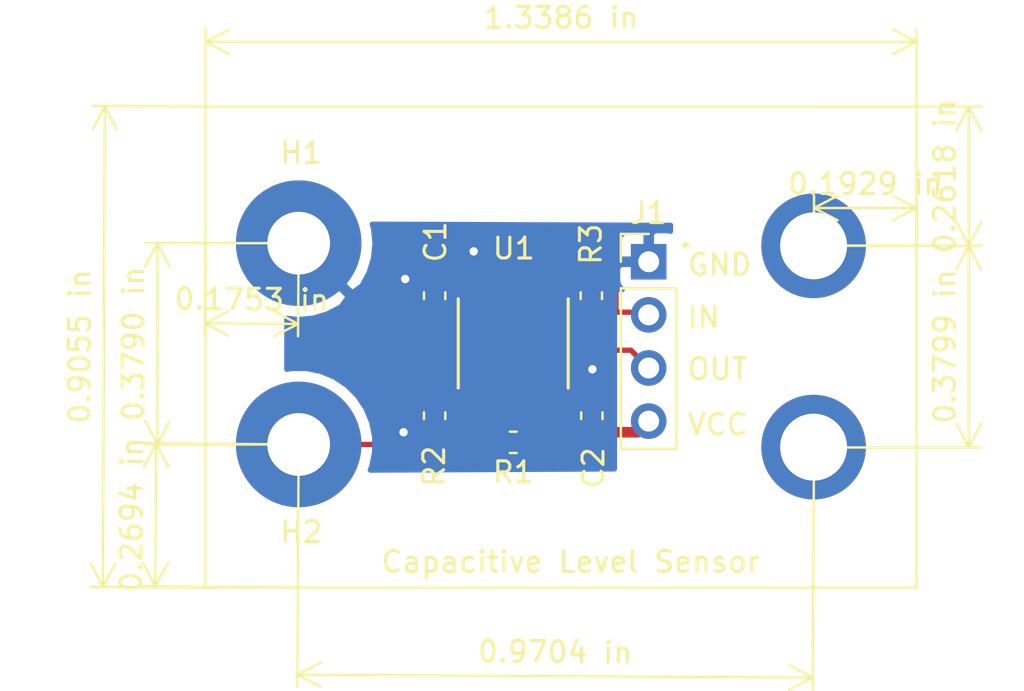
<source format=kicad_pcb>
(kicad_pcb (version 20171130) (host pcbnew "(5.1.2)-2")

  (general
    (thickness 1.6)
    (drawings 19)
    (tracks 59)
    (zones 0)
    (modules 9)
    (nets 7)
  )

  (page A4)
  (layers
    (0 F.Cu signal)
    (31 B.Cu signal)
    (32 B.Adhes user)
    (33 F.Adhes user)
    (34 B.Paste user)
    (35 F.Paste user)
    (36 B.SilkS user)
    (37 F.SilkS user)
    (38 B.Mask user)
    (39 F.Mask user)
    (40 Dwgs.User user)
    (41 Cmts.User user)
    (42 Eco1.User user)
    (43 Eco2.User user)
    (44 Edge.Cuts user)
    (45 Margin user)
    (46 B.CrtYd user)
    (47 F.CrtYd user)
    (48 B.Fab user)
    (49 F.Fab user hide)
  )

  (setup
    (last_trace_width 0.25)
    (user_trace_width 0.254)
    (user_trace_width 0.508)
    (user_trace_width 0.762)
    (trace_clearance 0.2)
    (zone_clearance 0.508)
    (zone_45_only no)
    (trace_min 0.2)
    (via_size 0.8)
    (via_drill 0.4)
    (via_min_size 0.4)
    (via_min_drill 0.3)
    (user_via 5 3.2)
    (uvia_size 0.3)
    (uvia_drill 0.1)
    (uvias_allowed no)
    (uvia_min_size 0.2)
    (uvia_min_drill 0.1)
    (edge_width 0.05)
    (segment_width 0.2)
    (pcb_text_width 0.3)
    (pcb_text_size 1.5 1.5)
    (mod_edge_width 0.12)
    (mod_text_size 1 1)
    (mod_text_width 0.15)
    (pad_size 1.7 1.7)
    (pad_drill 1)
    (pad_to_mask_clearance 0.051)
    (solder_mask_min_width 0.25)
    (aux_axis_origin 0 0)
    (visible_elements 7FFFEFFF)
    (pcbplotparams
      (layerselection 0x000f0_ffffffff)
      (usegerberextensions false)
      (usegerberattributes false)
      (usegerberadvancedattributes false)
      (creategerberjobfile false)
      (excludeedgelayer true)
      (linewidth 0.100000)
      (plotframeref false)
      (viasonmask false)
      (mode 1)
      (useauxorigin false)
      (hpglpennumber 1)
      (hpglpenspeed 20)
      (hpglpendiameter 15.000000)
      (psnegative false)
      (psa4output false)
      (plotreference true)
      (plotvalue false)
      (plotinvisibletext false)
      (padsonsilk false)
      (subtractmaskfromsilk false)
      (outputformat 1)
      (mirror false)
      (drillshape 0)
      (scaleselection 1)
      (outputdirectory "comp_fab/"))
  )

  (net 0 "")
  (net 1 /OUT)
  (net 2 /chargePin)
  (net 3 GND)
  (net 4 Vref)
  (net 5 VCC)
  (net 6 "Net-(H2-Pad1)")

  (net_class Default "This is the default net class."
    (clearance 0.2)
    (trace_width 0.25)
    (via_dia 0.8)
    (via_drill 0.4)
    (uvia_dia 0.3)
    (uvia_drill 0.1)
    (add_net /OUT)
    (add_net /chargePin)
    (add_net GND)
    (add_net "Net-(H2-Pad1)")
    (add_net VCC)
    (add_net Vref)
  )

  (module "TS372 Comparator:TS372IDT" (layer F.Cu) (tedit 0) (tstamp 606FB1E1)
    (at 132.715 62.3252 270)
    (path /606E2647)
    (fp_text reference U1 (at -4.5402 -0.0254 180) (layer F.SilkS)
      (effects (font (size 1 1) (thickness 0.15)))
    )
    (fp_text value " " (at 0.127 -0.254 90) (layer F.SilkS)
      (effects (font (size 1 1) (thickness 0.15)))
    )
    (fp_arc (start 0 -2.5019) (end 0.3048 -2.5019) (angle 180) (layer F.Fab) (width 0.1524))
    (fp_line (start -2.2606 2.4257) (end -3.7084 2.4257) (layer F.CrtYd) (width 0.1524))
    (fp_line (start -2.2606 2.7559) (end -2.2606 2.4257) (layer F.CrtYd) (width 0.1524))
    (fp_line (start 2.2606 2.7559) (end -2.2606 2.7559) (layer F.CrtYd) (width 0.1524))
    (fp_line (start 2.2606 2.4257) (end 2.2606 2.7559) (layer F.CrtYd) (width 0.1524))
    (fp_line (start 3.7084 2.4257) (end 2.2606 2.4257) (layer F.CrtYd) (width 0.1524))
    (fp_line (start 3.7084 -2.4257) (end 3.7084 2.4257) (layer F.CrtYd) (width 0.1524))
    (fp_line (start 2.2606 -2.4257) (end 3.7084 -2.4257) (layer F.CrtYd) (width 0.1524))
    (fp_line (start 2.2606 -2.7559) (end 2.2606 -2.4257) (layer F.CrtYd) (width 0.1524))
    (fp_line (start -2.2606 -2.7559) (end 2.2606 -2.7559) (layer F.CrtYd) (width 0.1524))
    (fp_line (start -2.2606 -2.4257) (end -2.2606 -2.7559) (layer F.CrtYd) (width 0.1524))
    (fp_line (start -3.7084 -2.4257) (end -2.2606 -2.4257) (layer F.CrtYd) (width 0.1524))
    (fp_line (start -3.7084 2.4257) (end -3.7084 -2.4257) (layer F.CrtYd) (width 0.1524))
    (fp_line (start -2.0066 -2.5019) (end -2.0066 2.5019) (layer F.Fab) (width 0.1524))
    (fp_line (start 2.0066 -2.5019) (end -2.0066 -2.5019) (layer F.Fab) (width 0.1524))
    (fp_line (start 2.0066 2.5019) (end 2.0066 -2.5019) (layer F.Fab) (width 0.1524))
    (fp_line (start -2.0066 2.5019) (end 2.0066 2.5019) (layer F.Fab) (width 0.1524))
    (fp_line (start 2.1336 -2.6289) (end -2.1336 -2.6289) (layer F.SilkS) (width 0.1524))
    (fp_line (start -2.1336 2.6289) (end 2.1336 2.6289) (layer F.SilkS) (width 0.1524))
    (fp_line (start 3.0988 -2.1463) (end 2.0066 -2.1463) (layer F.Fab) (width 0.1524))
    (fp_line (start 3.0988 -1.6637) (end 3.0988 -2.1463) (layer F.Fab) (width 0.1524))
    (fp_line (start 2.0066 -1.6637) (end 3.0988 -1.6637) (layer F.Fab) (width 0.1524))
    (fp_line (start 2.0066 -2.1463) (end 2.0066 -1.6637) (layer F.Fab) (width 0.1524))
    (fp_line (start 3.0988 -0.8763) (end 2.0066 -0.8763) (layer F.Fab) (width 0.1524))
    (fp_line (start 3.0988 -0.3937) (end 3.0988 -0.8763) (layer F.Fab) (width 0.1524))
    (fp_line (start 2.0066 -0.3937) (end 3.0988 -0.3937) (layer F.Fab) (width 0.1524))
    (fp_line (start 2.0066 -0.8763) (end 2.0066 -0.3937) (layer F.Fab) (width 0.1524))
    (fp_line (start 3.0988 0.3937) (end 2.0066 0.3937) (layer F.Fab) (width 0.1524))
    (fp_line (start 3.0988 0.8763) (end 3.0988 0.3937) (layer F.Fab) (width 0.1524))
    (fp_line (start 2.0066 0.8763) (end 3.0988 0.8763) (layer F.Fab) (width 0.1524))
    (fp_line (start 2.0066 0.3937) (end 2.0066 0.8763) (layer F.Fab) (width 0.1524))
    (fp_line (start 3.0988 1.6637) (end 2.0066 1.6637) (layer F.Fab) (width 0.1524))
    (fp_line (start 3.0988 2.1463) (end 3.0988 1.6637) (layer F.Fab) (width 0.1524))
    (fp_line (start 2.0066 2.1463) (end 3.0988 2.1463) (layer F.Fab) (width 0.1524))
    (fp_line (start 2.0066 1.6637) (end 2.0066 2.1463) (layer F.Fab) (width 0.1524))
    (fp_line (start -3.0988 2.1463) (end -2.0066 2.1463) (layer F.Fab) (width 0.1524))
    (fp_line (start -3.0988 1.6637) (end -3.0988 2.1463) (layer F.Fab) (width 0.1524))
    (fp_line (start -2.0066 1.6637) (end -3.0988 1.6637) (layer F.Fab) (width 0.1524))
    (fp_line (start -2.0066 2.1463) (end -2.0066 1.6637) (layer F.Fab) (width 0.1524))
    (fp_line (start -3.0988 0.8763) (end -2.0066 0.8763) (layer F.Fab) (width 0.1524))
    (fp_line (start -3.0988 0.3937) (end -3.0988 0.8763) (layer F.Fab) (width 0.1524))
    (fp_line (start -2.0066 0.3937) (end -3.0988 0.3937) (layer F.Fab) (width 0.1524))
    (fp_line (start -2.0066 0.8763) (end -2.0066 0.3937) (layer F.Fab) (width 0.1524))
    (fp_line (start -3.0988 -0.3937) (end -2.0066 -0.3937) (layer F.Fab) (width 0.1524))
    (fp_line (start -3.0988 -0.8763) (end -3.0988 -0.3937) (layer F.Fab) (width 0.1524))
    (fp_line (start -2.0066 -0.8763) (end -3.0988 -0.8763) (layer F.Fab) (width 0.1524))
    (fp_line (start -2.0066 -0.3937) (end -2.0066 -0.8763) (layer F.Fab) (width 0.1524))
    (fp_line (start -3.0988 -1.6637) (end -2.0066 -1.6637) (layer F.Fab) (width 0.1524))
    (fp_line (start -3.0988 -2.1463) (end -3.0988 -1.6637) (layer F.Fab) (width 0.1524))
    (fp_line (start -2.0066 -2.1463) (end -3.0988 -2.1463) (layer F.Fab) (width 0.1524))
    (fp_line (start -2.0066 -1.6637) (end -2.0066 -2.1463) (layer F.Fab) (width 0.1524))
    (fp_text user " " (at -4.7706 -4.5591 90) (layer F.SilkS)
      (effects (font (size 1 1) (thickness 0.15)))
    )
    (fp_text user " " (at -2.4638 4.9149 90) (layer Dwgs.User)
      (effects (font (size 1 1) (thickness 0.15)))
    )
    (fp_text user " " (at 0 -4.9149 90) (layer Dwgs.User) hide
      (effects (font (size 1 1) (thickness 0.15)))
    )
    (fp_text user " " (at 5.5118 -1.905 90) (layer Dwgs.User)
      (effects (font (size 1 1) (thickness 0.15)))
    )
    (fp_text user " " (at -5.5118 -1.27 90) (layer Dwgs.User)
      (effects (font (size 1 1) (thickness 0.15)))
    )
    (fp_text user " " (at -3.360448 -3.5814 90) (layer F.SilkS)
      (effects (font (size 1 1) (thickness 0.15)))
    )
    (fp_text user "Copyright 2016 Accelerated Designs. All rights reserved." (at 0 0 90) (layer Cmts.User)
      (effects (font (size 0.127 0.127) (thickness 0.002)))
    )
    (pad 8 smd rect (at 2.4638 -1.905 270) (size 1.9812 0.5334) (layers F.Cu F.Paste F.Mask)
      (net 5 VCC))
    (pad 7 smd rect (at 2.4638 -0.635 270) (size 1.9812 0.5334) (layers F.Cu F.Paste F.Mask)
      (net 1 /OUT))
    (pad 6 smd rect (at 2.4638 0.635 270) (size 1.9812 0.5334) (layers F.Cu F.Paste F.Mask)
      (net 6 "Net-(H2-Pad1)"))
    (pad 5 smd rect (at 2.4638 1.905 270) (size 1.9812 0.5334) (layers F.Cu F.Paste F.Mask)
      (net 4 Vref))
    (pad 4 smd rect (at -2.4638 1.905 270) (size 1.9812 0.5334) (layers F.Cu F.Paste F.Mask)
      (net 3 GND))
    (pad 3 smd rect (at -2.4638 0.635 270) (size 1.9812 0.5334) (layers F.Cu F.Paste F.Mask)
      (net 2 /chargePin))
    (pad 2 smd rect (at -2.4638 -0.635 270) (size 1.9812 0.5334) (layers F.Cu F.Paste F.Mask)
      (net 4 Vref))
    (pad 1 smd rect (at -2.4638 -1.905 270) (size 1.9812 0.5334) (layers F.Cu F.Paste F.Mask)
      (net 6 "Net-(H2-Pad1)"))
  )

  (module Resistor_SMD:R_0603_1608Metric (layer F.Cu) (tedit 5B301BBD) (tstamp 606FB199)
    (at 136.4488 60.0456 90)
    (descr "Resistor SMD 0603 (1608 Metric), square (rectangular) end terminal, IPC_7351 nominal, (Body size source: http://www.tortai-tech.com/upload/download/2011102023233369053.pdf), generated with kicad-footprint-generator")
    (tags resistor)
    (path /608BCCB5)
    (attr smd)
    (fp_text reference R3 (at 2.4638 -0.0254 90) (layer F.SilkS)
      (effects (font (size 1 1) (thickness 0.15)))
    )
    (fp_text value 100K (at 0 1.43 90) (layer F.Fab)
      (effects (font (size 1 1) (thickness 0.15)))
    )
    (fp_text user %R (at 0 0 90) (layer F.Fab)
      (effects (font (size 0.4 0.4) (thickness 0.06)))
    )
    (fp_line (start 1.48 0.73) (end -1.48 0.73) (layer F.CrtYd) (width 0.05))
    (fp_line (start 1.48 -0.73) (end 1.48 0.73) (layer F.CrtYd) (width 0.05))
    (fp_line (start -1.48 -0.73) (end 1.48 -0.73) (layer F.CrtYd) (width 0.05))
    (fp_line (start -1.48 0.73) (end -1.48 -0.73) (layer F.CrtYd) (width 0.05))
    (fp_line (start -0.162779 0.51) (end 0.162779 0.51) (layer F.SilkS) (width 0.12))
    (fp_line (start -0.162779 -0.51) (end 0.162779 -0.51) (layer F.SilkS) (width 0.12))
    (fp_line (start 0.8 0.4) (end -0.8 0.4) (layer F.Fab) (width 0.1))
    (fp_line (start 0.8 -0.4) (end 0.8 0.4) (layer F.Fab) (width 0.1))
    (fp_line (start -0.8 -0.4) (end 0.8 -0.4) (layer F.Fab) (width 0.1))
    (fp_line (start -0.8 0.4) (end -0.8 -0.4) (layer F.Fab) (width 0.1))
    (pad 2 smd roundrect (at 0.7875 0 90) (size 0.875 0.95) (layers F.Cu F.Paste F.Mask) (roundrect_rratio 0.25)
      (net 6 "Net-(H2-Pad1)"))
    (pad 1 smd roundrect (at -0.7875 0 90) (size 0.875 0.95) (layers F.Cu F.Paste F.Mask) (roundrect_rratio 0.25)
      (net 2 /chargePin))
    (model ${KISYS3DMOD}/Resistor_SMD.3dshapes/R_0603_1608Metric.wrl
      (at (xyz 0 0 0))
      (scale (xyz 1 1 1))
      (rotate (xyz 0 0 0))
    )
  )

  (module Resistor_SMD:R_0603_1608Metric (layer F.Cu) (tedit 5B301BBD) (tstamp 606FB188)
    (at 128.9558 65.786 270)
    (descr "Resistor SMD 0603 (1608 Metric), square (rectangular) end terminal, IPC_7351 nominal, (Body size source: http://www.tortai-tech.com/upload/download/2011102023233369053.pdf), generated with kicad-footprint-generator")
    (tags resistor)
    (path /608D711D)
    (attr smd)
    (fp_text reference R2 (at 2.413 0.0254 90) (layer F.SilkS)
      (effects (font (size 1 1) (thickness 0.15)))
    )
    (fp_text value 63K (at 0 1.43 90) (layer F.Fab)
      (effects (font (size 1 1) (thickness 0.15)))
    )
    (fp_text user %R (at 0 0 90) (layer F.Fab)
      (effects (font (size 0.4 0.4) (thickness 0.06)))
    )
    (fp_line (start 1.48 0.73) (end -1.48 0.73) (layer F.CrtYd) (width 0.05))
    (fp_line (start 1.48 -0.73) (end 1.48 0.73) (layer F.CrtYd) (width 0.05))
    (fp_line (start -1.48 -0.73) (end 1.48 -0.73) (layer F.CrtYd) (width 0.05))
    (fp_line (start -1.48 0.73) (end -1.48 -0.73) (layer F.CrtYd) (width 0.05))
    (fp_line (start -0.162779 0.51) (end 0.162779 0.51) (layer F.SilkS) (width 0.12))
    (fp_line (start -0.162779 -0.51) (end 0.162779 -0.51) (layer F.SilkS) (width 0.12))
    (fp_line (start 0.8 0.4) (end -0.8 0.4) (layer F.Fab) (width 0.1))
    (fp_line (start 0.8 -0.4) (end 0.8 0.4) (layer F.Fab) (width 0.1))
    (fp_line (start -0.8 -0.4) (end 0.8 -0.4) (layer F.Fab) (width 0.1))
    (fp_line (start -0.8 0.4) (end -0.8 -0.4) (layer F.Fab) (width 0.1))
    (pad 2 smd roundrect (at 0.7875 0 270) (size 0.875 0.95) (layers F.Cu F.Paste F.Mask) (roundrect_rratio 0.25)
      (net 3 GND))
    (pad 1 smd roundrect (at -0.7875 0 270) (size 0.875 0.95) (layers F.Cu F.Paste F.Mask) (roundrect_rratio 0.25)
      (net 4 Vref))
    (model ${KISYS3DMOD}/Resistor_SMD.3dshapes/R_0603_1608Metric.wrl
      (at (xyz 0 0 0))
      (scale (xyz 1 1 1))
      (rotate (xyz 0 0 0))
    )
  )

  (module Resistor_SMD:R_0603_1608Metric (layer F.Cu) (tedit 5B301BBD) (tstamp 606FB177)
    (at 132.715 67.056 180)
    (descr "Resistor SMD 0603 (1608 Metric), square (rectangular) end terminal, IPC_7351 nominal, (Body size source: http://www.tortai-tech.com/upload/download/2011102023233369053.pdf), generated with kicad-footprint-generator")
    (tags resistor)
    (path /608D531C)
    (attr smd)
    (fp_text reference R1 (at 0 -1.43) (layer F.SilkS)
      (effects (font (size 1 1) (thickness 0.15)))
    )
    (fp_text value 36K (at 0 1.43) (layer F.Fab)
      (effects (font (size 1 1) (thickness 0.15)))
    )
    (fp_text user %R (at 0 0) (layer F.Fab)
      (effects (font (size 0.4 0.4) (thickness 0.06)))
    )
    (fp_line (start 1.48 0.73) (end -1.48 0.73) (layer F.CrtYd) (width 0.05))
    (fp_line (start 1.48 -0.73) (end 1.48 0.73) (layer F.CrtYd) (width 0.05))
    (fp_line (start -1.48 -0.73) (end 1.48 -0.73) (layer F.CrtYd) (width 0.05))
    (fp_line (start -1.48 0.73) (end -1.48 -0.73) (layer F.CrtYd) (width 0.05))
    (fp_line (start -0.162779 0.51) (end 0.162779 0.51) (layer F.SilkS) (width 0.12))
    (fp_line (start -0.162779 -0.51) (end 0.162779 -0.51) (layer F.SilkS) (width 0.12))
    (fp_line (start 0.8 0.4) (end -0.8 0.4) (layer F.Fab) (width 0.1))
    (fp_line (start 0.8 -0.4) (end 0.8 0.4) (layer F.Fab) (width 0.1))
    (fp_line (start -0.8 -0.4) (end 0.8 -0.4) (layer F.Fab) (width 0.1))
    (fp_line (start -0.8 0.4) (end -0.8 -0.4) (layer F.Fab) (width 0.1))
    (pad 2 smd roundrect (at 0.7875 0 180) (size 0.875 0.95) (layers F.Cu F.Paste F.Mask) (roundrect_rratio 0.25)
      (net 4 Vref))
    (pad 1 smd roundrect (at -0.7875 0 180) (size 0.875 0.95) (layers F.Cu F.Paste F.Mask) (roundrect_rratio 0.25)
      (net 5 VCC))
    (model ${KISYS3DMOD}/Resistor_SMD.3dshapes/R_0603_1608Metric.wrl
      (at (xyz 0 0 0))
      (scale (xyz 1 1 1))
      (rotate (xyz 0 0 0))
    )
  )

  (module Connector_PinHeader_2.54mm:PinHeader_1x04_P2.54mm_Vertical (layer F.Cu) (tedit 59FED5CC) (tstamp 606FB166)
    (at 139.192 58.42)
    (descr "Through hole straight pin header, 1x04, 2.54mm pitch, single row")
    (tags "Through hole pin header THT 1x04 2.54mm single row")
    (path /608BF04A)
    (fp_text reference J1 (at 0 -2.33) (layer F.SilkS)
      (effects (font (size 1 1) (thickness 0.15)))
    )
    (fp_text value " " (at 0 9.95) (layer F.Fab)
      (effects (font (size 1 1) (thickness 0.15)))
    )
    (fp_text user %R (at 0 3.81 90) (layer F.Fab)
      (effects (font (size 1 1) (thickness 0.15)))
    )
    (fp_line (start 1.8 -1.8) (end -1.8 -1.8) (layer F.CrtYd) (width 0.05))
    (fp_line (start 1.8 9.4) (end 1.8 -1.8) (layer F.CrtYd) (width 0.05))
    (fp_line (start -1.8 9.4) (end 1.8 9.4) (layer F.CrtYd) (width 0.05))
    (fp_line (start -1.8 -1.8) (end -1.8 9.4) (layer F.CrtYd) (width 0.05))
    (fp_line (start -1.33 -1.33) (end 0 -1.33) (layer F.SilkS) (width 0.12))
    (fp_line (start -1.33 0) (end -1.33 -1.33) (layer F.SilkS) (width 0.12))
    (fp_line (start -1.33 1.27) (end 1.33 1.27) (layer F.SilkS) (width 0.12))
    (fp_line (start 1.33 1.27) (end 1.33 8.95) (layer F.SilkS) (width 0.12))
    (fp_line (start -1.33 1.27) (end -1.33 8.95) (layer F.SilkS) (width 0.12))
    (fp_line (start -1.33 8.95) (end 1.33 8.95) (layer F.SilkS) (width 0.12))
    (fp_line (start -1.27 -0.635) (end -0.635 -1.27) (layer F.Fab) (width 0.1))
    (fp_line (start -1.27 8.89) (end -1.27 -0.635) (layer F.Fab) (width 0.1))
    (fp_line (start 1.27 8.89) (end -1.27 8.89) (layer F.Fab) (width 0.1))
    (fp_line (start 1.27 -1.27) (end 1.27 8.89) (layer F.Fab) (width 0.1))
    (fp_line (start -0.635 -1.27) (end 1.27 -1.27) (layer F.Fab) (width 0.1))
    (pad 4 thru_hole oval (at 0 7.62) (size 1.7 1.7) (drill 1) (layers *.Cu *.Mask)
      (net 5 VCC))
    (pad 3 thru_hole oval (at 0 5.08) (size 1.7 1.7) (drill 1) (layers *.Cu *.Mask)
      (net 1 /OUT))
    (pad 2 thru_hole oval (at 0 2.54) (size 1.7 1.7) (drill 1) (layers *.Cu *.Mask)
      (net 2 /chargePin))
    (pad 1 thru_hole rect (at 0 0) (size 1.7 1.7) (drill 1) (layers *.Cu *.Mask)
      (net 3 GND))
    (model ${KISYS3DMOD}/Connector_PinHeader_2.54mm.3dshapes/PinHeader_1x04_P2.54mm_Vertical.wrl
      (at (xyz 0 0 0))
      (scale (xyz 1 1 1))
      (rotate (xyz 0 0 0))
    )
  )

  (module MountingHole:MountingHole_3mm_Pad (layer F.Cu) (tedit 56D1B4CB) (tstamp 606FB14E)
    (at 122.4534 67.1576)
    (descr "Mounting Hole 3mm")
    (tags "mounting hole 3mm")
    (path /609539EC)
    (attr virtual)
    (fp_text reference H2 (at 0.127 4.191) (layer F.SilkS)
      (effects (font (size 1 1) (thickness 0.15)))
    )
    (fp_text value " " (at 0 4) (layer F.Fab)
      (effects (font (size 1 1) (thickness 0.15)))
    )
    (fp_circle (center 0 0) (end 3.25 0) (layer F.CrtYd) (width 0.05))
    (fp_circle (center 0 0) (end 3 0) (layer Cmts.User) (width 0.15))
    (fp_text user %R (at 0.3 0) (layer F.Fab)
      (effects (font (size 1 1) (thickness 0.15)))
    )
    (pad 1 thru_hole circle (at 0 0) (size 6 6) (drill 3) (layers *.Cu *.Mask)
      (net 6 "Net-(H2-Pad1)"))
  )

  (module MountingHole:MountingHole_3mm_Pad (layer F.Cu) (tedit 56D1B4CB) (tstamp 606FB146)
    (at 122.4534 57.531)
    (descr "Mounting Hole 3mm")
    (tags "mounting hole 3mm")
    (path /6091A1BA)
    (attr virtual)
    (fp_text reference H1 (at 0.127 -4.318) (layer F.SilkS)
      (effects (font (size 1 1) (thickness 0.15)))
    )
    (fp_text value " " (at 0 4) (layer F.Fab)
      (effects (font (size 1 1) (thickness 0.15)))
    )
    (fp_circle (center 0 0) (end 3.25 0) (layer F.CrtYd) (width 0.05))
    (fp_circle (center 0 0) (end 3 0) (layer Cmts.User) (width 0.15))
    (fp_text user %R (at 0.3 0) (layer F.Fab)
      (effects (font (size 1 1) (thickness 0.15)))
    )
    (pad 1 thru_hole circle (at 0 0) (size 6 6) (drill 3) (layers *.Cu *.Mask)
      (net 3 GND))
  )

  (module Capacitor_SMD:C_0603_1608Metric (layer F.Cu) (tedit 5B301BBE) (tstamp 606FB13E)
    (at 136.4742 65.786 90)
    (descr "Capacitor SMD 0603 (1608 Metric), square (rectangular) end terminal, IPC_7351 nominal, (Body size source: http://www.tortai-tech.com/upload/download/2011102023233369053.pdf), generated with kicad-footprint-generator")
    (tags capacitor)
    (path /608AF164)
    (attr smd)
    (fp_text reference C2 (at -2.4892 0.0762 90) (layer F.SilkS)
      (effects (font (size 1 1) (thickness 0.15)))
    )
    (fp_text value C (at 0 1.43 90) (layer F.Fab)
      (effects (font (size 1 1) (thickness 0.15)))
    )
    (fp_text user %R (at 0 0 90) (layer F.Fab)
      (effects (font (size 0.4 0.4) (thickness 0.06)))
    )
    (fp_line (start 1.48 0.73) (end -1.48 0.73) (layer F.CrtYd) (width 0.05))
    (fp_line (start 1.48 -0.73) (end 1.48 0.73) (layer F.CrtYd) (width 0.05))
    (fp_line (start -1.48 -0.73) (end 1.48 -0.73) (layer F.CrtYd) (width 0.05))
    (fp_line (start -1.48 0.73) (end -1.48 -0.73) (layer F.CrtYd) (width 0.05))
    (fp_line (start -0.162779 0.51) (end 0.162779 0.51) (layer F.SilkS) (width 0.12))
    (fp_line (start -0.162779 -0.51) (end 0.162779 -0.51) (layer F.SilkS) (width 0.12))
    (fp_line (start 0.8 0.4) (end -0.8 0.4) (layer F.Fab) (width 0.1))
    (fp_line (start 0.8 -0.4) (end 0.8 0.4) (layer F.Fab) (width 0.1))
    (fp_line (start -0.8 -0.4) (end 0.8 -0.4) (layer F.Fab) (width 0.1))
    (fp_line (start -0.8 0.4) (end -0.8 -0.4) (layer F.Fab) (width 0.1))
    (pad 2 smd roundrect (at 0.7875 0 90) (size 0.875 0.95) (layers F.Cu F.Paste F.Mask) (roundrect_rratio 0.25)
      (net 3 GND))
    (pad 1 smd roundrect (at -0.7875 0 90) (size 0.875 0.95) (layers F.Cu F.Paste F.Mask) (roundrect_rratio 0.25)
      (net 5 VCC))
    (model ${KISYS3DMOD}/Capacitor_SMD.3dshapes/C_0603_1608Metric.wrl
      (at (xyz 0 0 0))
      (scale (xyz 1 1 1))
      (rotate (xyz 0 0 0))
    )
  )

  (module Capacitor_SMD:C_0603_1608Metric (layer F.Cu) (tedit 5B301BBE) (tstamp 606FB12D)
    (at 128.9558 60.0456 90)
    (descr "Capacitor SMD 0603 (1608 Metric), square (rectangular) end terminal, IPC_7351 nominal, (Body size source: http://www.tortai-tech.com/upload/download/2011102023233369053.pdf), generated with kicad-footprint-generator")
    (tags capacitor)
    (path /608FA81B)
    (attr smd)
    (fp_text reference C1 (at 2.5781 0.0381 90) (layer F.SilkS)
      (effects (font (size 1 1) (thickness 0.15)))
    )
    (fp_text value C (at 0 1.43 90) (layer F.Fab)
      (effects (font (size 1 1) (thickness 0.15)))
    )
    (fp_text user %R (at 0 0 90) (layer F.Fab)
      (effects (font (size 0.4 0.4) (thickness 0.06)))
    )
    (fp_line (start 1.48 0.73) (end -1.48 0.73) (layer F.CrtYd) (width 0.05))
    (fp_line (start 1.48 -0.73) (end 1.48 0.73) (layer F.CrtYd) (width 0.05))
    (fp_line (start -1.48 -0.73) (end 1.48 -0.73) (layer F.CrtYd) (width 0.05))
    (fp_line (start -1.48 0.73) (end -1.48 -0.73) (layer F.CrtYd) (width 0.05))
    (fp_line (start -0.162779 0.51) (end 0.162779 0.51) (layer F.SilkS) (width 0.12))
    (fp_line (start -0.162779 -0.51) (end 0.162779 -0.51) (layer F.SilkS) (width 0.12))
    (fp_line (start 0.8 0.4) (end -0.8 0.4) (layer F.Fab) (width 0.1))
    (fp_line (start 0.8 -0.4) (end 0.8 0.4) (layer F.Fab) (width 0.1))
    (fp_line (start -0.8 -0.4) (end 0.8 -0.4) (layer F.Fab) (width 0.1))
    (fp_line (start -0.8 0.4) (end -0.8 -0.4) (layer F.Fab) (width 0.1))
    (pad 2 smd roundrect (at 0.7875 0 90) (size 0.875 0.95) (layers F.Cu F.Paste F.Mask) (roundrect_rratio 0.25)
      (net 3 GND))
    (pad 1 smd roundrect (at -0.7875 0 90) (size 0.875 0.95) (layers F.Cu F.Paste F.Mask) (roundrect_rratio 0.25)
      (net 4 Vref))
    (model ${KISYS3DMOD}/Capacitor_SMD.3dshapes/C_0603_1608Metric.wrl
      (at (xyz 0 0 0))
      (scale (xyz 1 1 1))
      (rotate (xyz 0 0 0))
    )
  )

  (dimension 24.647011 (width 0.12) (layer F.SilkS)
    (gr_text "24.647 mm" (at 134.705763 79.5065 359.6689674) (layer F.SilkS)
      (effects (font (size 1 1) (thickness 0.15)))
    )
    (feature1 (pts (xy 147.1 67.3) (xy 147.033013 78.894132)))
    (feature2 (pts (xy 122.4534 67.1576) (xy 122.386413 78.751732)))
    (crossbar (pts (xy 122.389801 78.165321) (xy 147.036401 78.307721)))
    (arrow1a (pts (xy 147.036401 78.307721) (xy 145.906528 78.887623)))
    (arrow1b (pts (xy 147.036401 78.307721) (xy 145.913304 77.714802)))
    (arrow2a (pts (xy 122.389801 78.165321) (xy 123.512898 78.75824)))
    (arrow2b (pts (xy 122.389801 78.165321) (xy 123.519674 77.585419)))
  )
  (dimension 9.65 (width 0.12) (layer F.SilkS)
    (gr_text "9.650 mm" (at 155.77 62.475 270) (layer F.SilkS)
      (effects (font (size 1 1) (thickness 0.15)))
    )
    (feature1 (pts (xy 147.1 67.3) (xy 155.086421 67.3)))
    (feature2 (pts (xy 147.1 57.65) (xy 155.086421 57.65)))
    (crossbar (pts (xy 154.5 57.65) (xy 154.5 67.3)))
    (arrow1a (pts (xy 154.5 67.3) (xy 153.913579 66.173496)))
    (arrow1b (pts (xy 154.5 67.3) (xy 155.086421 66.173496)))
    (arrow2a (pts (xy 154.5 57.65) (xy 153.913579 58.776504)))
    (arrow2b (pts (xy 154.5 57.65) (xy 155.086421 58.776504)))
  )
  (dimension 6.65 (width 0.12) (layer F.SilkS)
    (gr_text "6.650 mm" (at 155.77 54.325 90) (layer F.SilkS)
      (effects (font (size 1 1) (thickness 0.15)))
    )
    (feature1 (pts (xy 147.1 51) (xy 155.086421 51)))
    (feature2 (pts (xy 147.1 57.65) (xy 155.086421 57.65)))
    (crossbar (pts (xy 154.5 57.65) (xy 154.5 51)))
    (arrow1a (pts (xy 154.5 51) (xy 155.086421 52.126504)))
    (arrow1b (pts (xy 154.5 51) (xy 153.913579 52.126504)))
    (arrow2a (pts (xy 154.5 57.65) (xy 155.086421 56.523496)))
    (arrow2b (pts (xy 154.5 57.65) (xy 153.913579 56.523496)))
  )
  (dimension 4.9 (width 0.12) (layer F.SilkS)
    (gr_text "4.900 mm" (at 149.55 54.58) (layer F.SilkS)
      (effects (font (size 1 1) (thickness 0.15)))
    )
    (feature1 (pts (xy 152 57.65) (xy 152 55.263579)))
    (feature2 (pts (xy 147.1 57.65) (xy 147.1 55.263579)))
    (crossbar (pts (xy 147.1 55.85) (xy 152 55.85)))
    (arrow1a (pts (xy 152 55.85) (xy 150.873496 56.436421)))
    (arrow1b (pts (xy 152 55.85) (xy 150.873496 55.263579)))
    (arrow2a (pts (xy 147.1 55.85) (xy 148.226504 56.436421)))
    (arrow2b (pts (xy 147.1 55.85) (xy 148.226504 55.263579)))
  )
  (dimension 6.842608 (width 0.12) (layer F.SilkS)
    (gr_text "6.843 mm" (at 114.35013 70.515768 89.55285682) (layer F.SilkS)
      (effects (font (size 1 1) (thickness 0.15)))
    )
    (feature1 (pts (xy 122.4 74) (xy 115.006988 73.942303)))
    (feature2 (pts (xy 122.4534 67.1576) (xy 115.060388 67.099903)))
    (crossbar (pts (xy 115.646791 67.104479) (xy 115.593391 73.946879)))
    (arrow1a (pts (xy 115.593391 73.946879) (xy 115.015779 72.815833)))
    (arrow1b (pts (xy 115.593391 73.946879) (xy 116.188585 72.824986)))
    (arrow2a (pts (xy 115.646791 67.104479) (xy 115.051597 68.226372)))
    (arrow2b (pts (xy 115.646791 67.104479) (xy 116.224403 68.235525)))
  )
  (dimension 9.6266 (width 0.12) (layer F.SilkS)
    (gr_text "9.627 mm" (at 114.43 62.3443 90) (layer F.SilkS)
      (effects (font (size 1 1) (thickness 0.15)))
    )
    (feature1 (pts (xy 122.4534 57.531) (xy 115.113579 57.531)))
    (feature2 (pts (xy 122.4534 67.1576) (xy 115.113579 67.1576)))
    (crossbar (pts (xy 115.7 67.1576) (xy 115.7 57.531)))
    (arrow1a (pts (xy 115.7 57.531) (xy 116.286421 58.657504)))
    (arrow1b (pts (xy 115.7 57.531) (xy 115.113579 58.657504)))
    (arrow2a (pts (xy 115.7 67.1576) (xy 116.286421 66.031096)))
    (arrow2b (pts (xy 115.7 67.1576) (xy 115.113579 66.031096)))
  )
  (dimension 4.453508 (width 0.12) (layer F.SilkS)
    (gr_text "4.454 mm" (at 120.19097 62.648388 -0.3988279691) (layer F.SilkS)
      (effects (font (size 1 1) (thickness 0.15)))
    )
    (feature1 (pts (xy 118 57.5) (xy 117.969028 61.949326)))
    (feature2 (pts (xy 122.4534 57.531) (xy 122.422428 61.980326)))
    (crossbar (pts (xy 122.42651 61.393919) (xy 117.97311 61.362919)))
    (arrow1a (pts (xy 117.97311 61.362919) (xy 119.103668 60.784354)))
    (arrow1b (pts (xy 117.97311 61.362919) (xy 119.095505 61.957167)))
    (arrow2a (pts (xy 122.42651 61.393919) (xy 121.304115 60.799671)))
    (arrow2b (pts (xy 122.42651 61.393919) (xy 121.295952 61.972484)))
  )
  (dimension 23.000217 (width 0.12) (layer F.SilkS)
    (gr_text "23.000 mm" (at 111.865322 62.47311 89.75088948) (layer F.SilkS)
      (effects (font (size 1 1) (thickness 0.15)))
    )
    (feature1 (pts (xy 118 74) (xy 112.498895 73.976082)))
    (feature2 (pts (xy 118.1 51) (xy 112.598895 50.976082)))
    (crossbar (pts (xy 113.18531 50.978632) (xy 113.08531 73.978632)))
    (arrow1a (pts (xy 113.08531 73.978632) (xy 112.503793 72.849589)))
    (arrow1b (pts (xy 113.08531 73.978632) (xy 113.676623 72.854689)))
    (arrow2a (pts (xy 113.18531 50.978632) (xy 112.593997 52.102575)))
    (arrow2b (pts (xy 113.18531 50.978632) (xy 113.766827 52.107675)))
  )
  (dimension 34 (width 0.12) (layer F.SilkS)
    (gr_text "34.000 mm" (at 135 46.63) (layer F.SilkS)
      (effects (font (size 1 1) (thickness 0.15)))
    )
    (feature1 (pts (xy 152 51) (xy 152 47.313579)))
    (feature2 (pts (xy 118 51) (xy 118 47.313579)))
    (crossbar (pts (xy 118 47.9) (xy 152 47.9)))
    (arrow1a (pts (xy 152 47.9) (xy 150.873496 48.486421)))
    (arrow1b (pts (xy 152 47.9) (xy 150.873496 47.313579)))
    (arrow2a (pts (xy 118 47.9) (xy 119.126504 48.486421)))
    (arrow2b (pts (xy 118 47.9) (xy 119.126504 47.313579)))
  )
  (gr_line (start 118 51) (end 152 51) (layer F.SilkS) (width 0.12))
  (gr_text VCC (at 142.494 66.2051) (layer F.SilkS)
    (effects (font (size 1 1) (thickness 0.15)))
  )
  (gr_text "OUT\n" (at 142.494 63.5508) (layer F.SilkS)
    (effects (font (size 1 1) (thickness 0.15)))
  )
  (gr_text "IN\n" (at 141.827334 61.087) (layer F.SilkS)
    (effects (font (size 1 1) (thickness 0.15)))
  )
  (gr_text GND (at 142.589238 58.5597) (layer F.SilkS)
    (effects (font (size 1 1) (thickness 0.15)))
  )
  (gr_text . (at 140.9446 56.7817) (layer F.SilkS)
    (effects (font (size 2 2) (thickness 0.15)))
  )
  (gr_text "Capacitive Level Sensor" (at 135.4582 72.771) (layer F.SilkS)
    (effects (font (size 1 1) (thickness 0.15)))
  )
  (gr_line (start 118 74) (end 118 51) (layer F.SilkS) (width 0.12))
  (gr_line (start 152 74) (end 118 74) (layer F.SilkS) (width 0.12))
  (gr_line (start 152 51) (end 152 74) (layer F.SilkS) (width 0.12))

  (via (at 147.0787 57.658) (size 5) (drill 3.2) (layers F.Cu B.Cu) (net 0))
  (via (at 147.0787 67.2846) (size 5) (drill 3.2) (layers F.Cu B.Cu) (net 0))
  (segment (start 138.342001 62.650001) (end 139.192 63.5) (width 0.254) (layer F.Cu) (net 1))
  (segment (start 134.244399 62.650001) (end 138.342001 62.650001) (width 0.254) (layer F.Cu) (net 1))
  (segment (start 133.35 63.5444) (end 134.244399 62.650001) (width 0.254) (layer F.Cu) (net 1))
  (segment (start 133.35 64.789) (end 133.35 63.5444) (width 0.254) (layer F.Cu) (net 1))
  (segment (start 132.08 58.6168) (end 132.7213 57.9755) (width 0.254) (layer F.Cu) (net 2))
  (segment (start 132.08 59.8614) (end 132.08 58.6168) (width 0.254) (layer F.Cu) (net 2))
  (segment (start 132.7213 57.9755) (end 137.0965 57.9755) (width 0.254) (layer F.Cu) (net 2))
  (segment (start 137.0965 57.9755) (end 137.6299 58.5089) (width 0.254) (layer F.Cu) (net 2))
  (segment (start 139.0651 60.8331) (end 139.192 60.96) (width 0.254) (layer F.Cu) (net 2))
  (segment (start 137.6299 60.6808) (end 137.4776 60.8331) (width 0.254) (layer F.Cu) (net 2))
  (segment (start 137.6299 58.5089) (end 137.6299 60.6808) (width 0.254) (layer F.Cu) (net 2))
  (segment (start 136.4488 60.8331) (end 137.4776 60.8331) (width 0.254) (layer F.Cu) (net 2))
  (segment (start 137.4776 60.8331) (end 139.0651 60.8331) (width 0.254) (layer F.Cu) (net 2))
  (via (at 136.4996 63.5635) (size 0.8) (drill 0.4) (layers F.Cu B.Cu) (net 3))
  (segment (start 136.4742 64.9985) (end 136.4742 63.5889) (width 0.508) (layer F.Cu) (net 3))
  (segment (start 136.4742 63.5889) (end 136.4996 63.5635) (width 0.508) (layer F.Cu) (net 3))
  (via (at 127.4699 66.5734) (size 0.8) (drill 0.4) (layers F.Cu B.Cu) (net 3))
  (segment (start 128.9558 66.5735) (end 127.47 66.5735) (width 0.508) (layer F.Cu) (net 3))
  (segment (start 127.47 66.5735) (end 127.4699 66.5734) (width 0.508) (layer F.Cu) (net 3))
  (via (at 127.5461 59.2455) (size 0.8) (drill 0.4) (layers F.Cu B.Cu) (net 3))
  (segment (start 128.9558 59.2581) (end 127.5587 59.2581) (width 0.508) (layer F.Cu) (net 3))
  (segment (start 127.5587 59.2581) (end 127.5461 59.2455) (width 0.508) (layer F.Cu) (net 3))
  (via (at 130.8227 57.9247) (size 0.8) (drill 0.4) (layers F.Cu B.Cu) (net 3))
  (segment (start 130.81 59.8614) (end 130.81 57.9374) (width 0.508) (layer F.Cu) (net 3))
  (segment (start 130.81 57.9374) (end 130.8227 57.9247) (width 0.508) (layer F.Cu) (net 3))
  (segment (start 130.81 64.0969) (end 130.81 64.8208) (width 0.25) (layer F.Cu) (net 4))
  (segment (start 130.81 63.627) (end 130.81 64.8208) (width 0.508) (layer F.Cu) (net 4))
  (segment (start 133.35 59.8932) (end 133.35 61.087) (width 0.508) (layer F.Cu) (net 4))
  (segment (start 133.35 61.087) (end 130.81 63.627) (width 0.508) (layer F.Cu) (net 4))
  (segment (start 131.191 67.056) (end 131.9275 67.056) (width 0.508) (layer F.Cu) (net 4))
  (segment (start 130.81 64.8208) (end 130.81 66.675) (width 0.508) (layer F.Cu) (net 4))
  (segment (start 130.81 66.675) (end 131.191 67.056) (width 0.508) (layer F.Cu) (net 4))
  (segment (start 128.9558 60.8331) (end 128.9558 64.9985) (width 0.508) (layer F.Cu) (net 4))
  (segment (start 130.6005 64.9985) (end 130.81 64.789) (width 0.508) (layer F.Cu) (net 4))
  (segment (start 128.9558 64.9985) (end 130.6005 64.9985) (width 0.508) (layer F.Cu) (net 4))
  (segment (start 134.62 64.789) (end 134.62 66.9036) (width 0.508) (layer F.Cu) (net 5))
  (segment (start 134.4676 67.056) (end 133.5025 67.056) (width 0.508) (layer F.Cu) (net 5))
  (segment (start 134.62 66.9036) (end 134.4676 67.056) (width 0.508) (layer F.Cu) (net 5))
  (segment (start 135.5691 66.9036) (end 134.62 66.9036) (width 0.508) (layer F.Cu) (net 5))
  (segment (start 135.8992 66.5735) (end 135.5691 66.9036) (width 0.508) (layer F.Cu) (net 5))
  (segment (start 136.4742 66.5735) (end 135.8992 66.5735) (width 0.508) (layer F.Cu) (net 5))
  (segment (start 138.6585 66.5735) (end 139.192 66.04) (width 0.508) (layer F.Cu) (net 5))
  (segment (start 136.4742 66.5735) (end 138.6585 66.5735) (width 0.508) (layer F.Cu) (net 5))
  (segment (start 132.08 64.0969) (end 132.08 64.8208) (width 0.25) (layer F.Cu) (net 6))
  (segment (start 134.5945 59.8677) (end 134.62 59.8932) (width 0.25) (layer F.Cu) (net 6))
  (segment (start 132.08 63.627) (end 132.08 64.8208) (width 0.254) (layer F.Cu) (net 6))
  (segment (start 134.62 59.8932) (end 134.62 61.087) (width 0.254) (layer F.Cu) (net 6))
  (segment (start 134.62 61.087) (end 132.08 63.627) (width 0.254) (layer F.Cu) (net 6))
  (segment (start 135.2233 59.2581) (end 134.62 59.8614) (width 0.254) (layer F.Cu) (net 6))
  (segment (start 136.4488 59.2581) (end 135.2233 59.2581) (width 0.254) (layer F.Cu) (net 6))
  (segment (start 132.69201 67.584294) (end 132.69201 66.12491) (width 0.254) (layer F.Cu) (net 6))
  (segment (start 132.418294 67.85801) (end 132.69201 67.584294) (width 0.254) (layer F.Cu) (net 6))
  (segment (start 132.69201 66.12491) (end 132.08 65.5129) (width 0.254) (layer F.Cu) (net 6))
  (segment (start 127.39645 67.85801) (end 132.418294 67.85801) (width 0.254) (layer F.Cu) (net 6))
  (segment (start 132.08 65.5129) (end 132.08 64.789) (width 0.254) (layer F.Cu) (net 6))
  (segment (start 126.69604 67.1576) (end 127.39645 67.85801) (width 0.254) (layer F.Cu) (net 6))
  (segment (start 122.4534 67.1576) (end 126.69604 67.1576) (width 0.254) (layer F.Cu) (net 6))

  (zone (net 3) (net_name GND) (layer B.Cu) (tstamp 6079BCB5) (hatch edge 0.508)
    (connect_pads (clearance 0.508))
    (min_thickness 0.254)
    (fill yes (arc_segments 32) (thermal_gap 0.508) (thermal_bridge_width 0.508))
    (polygon
      (pts
        (xy 123.7996 56.4896) (xy 140.3731 56.5531) (xy 140.2715 59.8424) (xy 137.6807 59.8805) (xy 137.6807 65.6082)
        (xy 137.6807 68.453) (xy 121.7549 68.5292) (xy 121.7676 56.4896) (xy 121.7803 56.4896)
      )
    )
    (filled_polygon
      (pts
        (xy 140.242133 56.679599) (xy 140.233334 56.964467) (xy 140.166482 56.944188) (xy 140.042 56.931928) (xy 139.47775 56.935)
        (xy 139.319 57.09375) (xy 139.319 58.293) (xy 139.339 58.293) (xy 139.339 58.547) (xy 139.319 58.547)
        (xy 139.319 58.567) (xy 139.065 58.567) (xy 139.065 58.547) (xy 137.86575 58.547) (xy 137.707 58.70575)
        (xy 137.703928 59.27) (xy 137.716188 59.394482) (xy 137.752498 59.51418) (xy 137.811463 59.624494) (xy 137.890815 59.721185)
        (xy 137.925783 59.749882) (xy 137.678833 59.753514) (xy 137.654095 59.756318) (xy 137.630379 59.763895) (xy 137.608597 59.775952)
        (xy 137.589587 59.792028) (xy 137.574077 59.811503) (xy 137.562665 59.83363) (xy 137.555789 59.857558) (xy 137.5537 59.8805)
        (xy 137.5537 68.326606) (xy 125.880543 68.382458) (xy 125.948709 68.21789) (xy 126.0884 67.515616) (xy 126.0884 66.799584)
        (xy 125.948709 66.09731) (xy 125.674695 65.435782) (xy 125.276889 64.840423) (xy 124.770577 64.334111) (xy 124.175218 63.936305)
        (xy 123.51369 63.662291) (xy 122.811416 63.5226) (xy 122.095384 63.5226) (xy 121.887138 63.564023) (xy 121.889708 61.127164)
        (xy 122.436989 61.18355) (xy 123.149882 61.116569) (xy 123.836009 60.911796) (xy 124.469003 60.577102) (xy 124.496294 60.558868)
        (xy 124.832481 60.089686) (xy 122.4534 57.710605) (xy 122.439258 57.724748) (xy 122.259653 57.545143) (xy 122.273795 57.531)
        (xy 122.259653 57.516858) (xy 122.439258 57.337253) (xy 122.4534 57.351395) (xy 122.467543 57.337253) (xy 122.647148 57.516858)
        (xy 122.633005 57.531) (xy 125.012086 59.910081) (xy 125.481268 59.573894) (xy 125.821637 58.943932) (xy 126.032566 58.259673)
        (xy 126.103622 57.57) (xy 137.703928 57.57) (xy 137.707 58.13425) (xy 137.86575 58.293) (xy 139.065 58.293)
        (xy 139.065 57.09375) (xy 138.90625 56.935) (xy 138.342 56.931928) (xy 138.217518 56.944188) (xy 138.09782 56.980498)
        (xy 137.987506 57.039463) (xy 137.890815 57.118815) (xy 137.811463 57.215506) (xy 137.752498 57.32582) (xy 137.716188 57.445518)
        (xy 137.703928 57.57) (xy 126.103622 57.57) (xy 126.10595 57.547411) (xy 126.038969 56.834518) (xy 125.976421 56.624941)
      )
    )
  )
)

</source>
